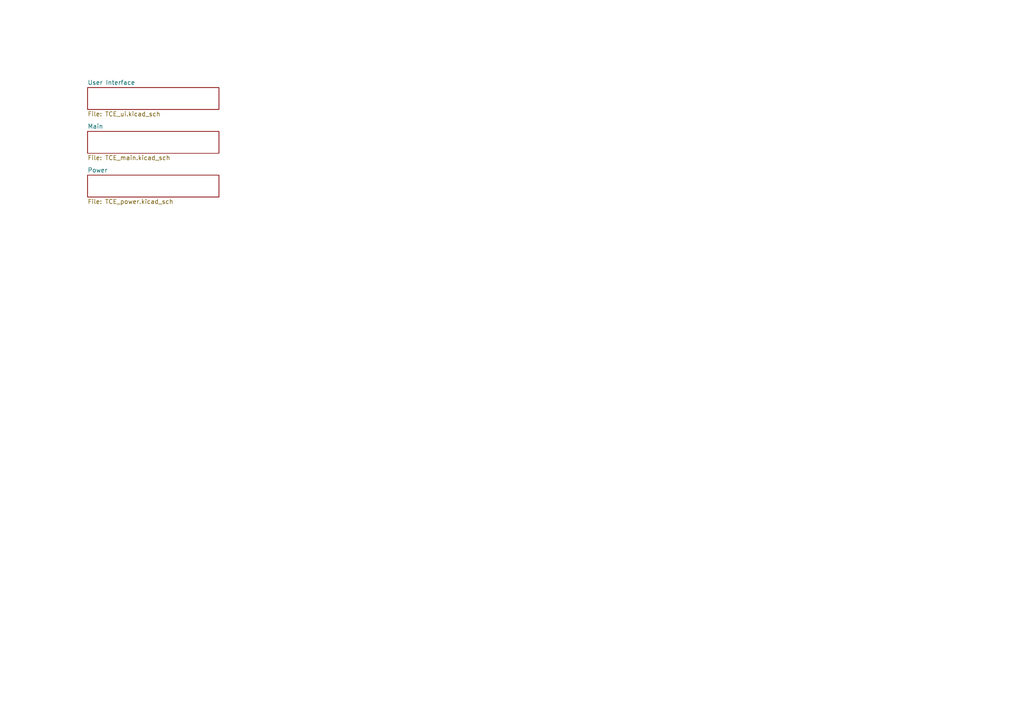
<source format=kicad_sch>
(kicad_sch (version 20211123) (generator eeschema)
  (paper "A4")
  (title_block (title "TCE / Two Comparator Effect") (date "2023-08-06") (rev "0.1.3") (company "Octopus Arts") (comment 1 "eurorack version by Bill Fisher") (comment 2 "original design by Rob Schafer, updated by cyberboy666"))
  (lib_symbols)
  (sheet (at 25.4 50.8) (size 38.1 6.35) (stroke (width 0.1524))
    (property "Sheet name" "Power" (at 25.4 50.0884 0) (effects (justify left bottom)))
    (property "Sheet file" "TCE_power.kicad_sch" (at 25.4 57.7346 0) (effects (justify left top)))
  )
  (sheet (at 25.4 25.4) (size 38.1 6.35) (stroke (width 0.1524))
    (property "Sheet name" "User Interface" (at 25.4 24.6884 0) (effects (justify left bottom)))
    (property "Sheet file" "TCE_ui.kicad_sch" (at 25.4 32.3346 0) (effects (justify left top)))
  )
  (sheet (at 25.4 38.1) (size 38.1 6.35) (stroke (width 0.1524))
    (property "Sheet name" "Main" (at 25.4 37.3884 0) (effects (justify left bottom)))
    (property "Sheet file" "TCE_main.kicad_sch" (at 25.4 45.0346 0) (effects (justify left top)))
  )
)
</source>
